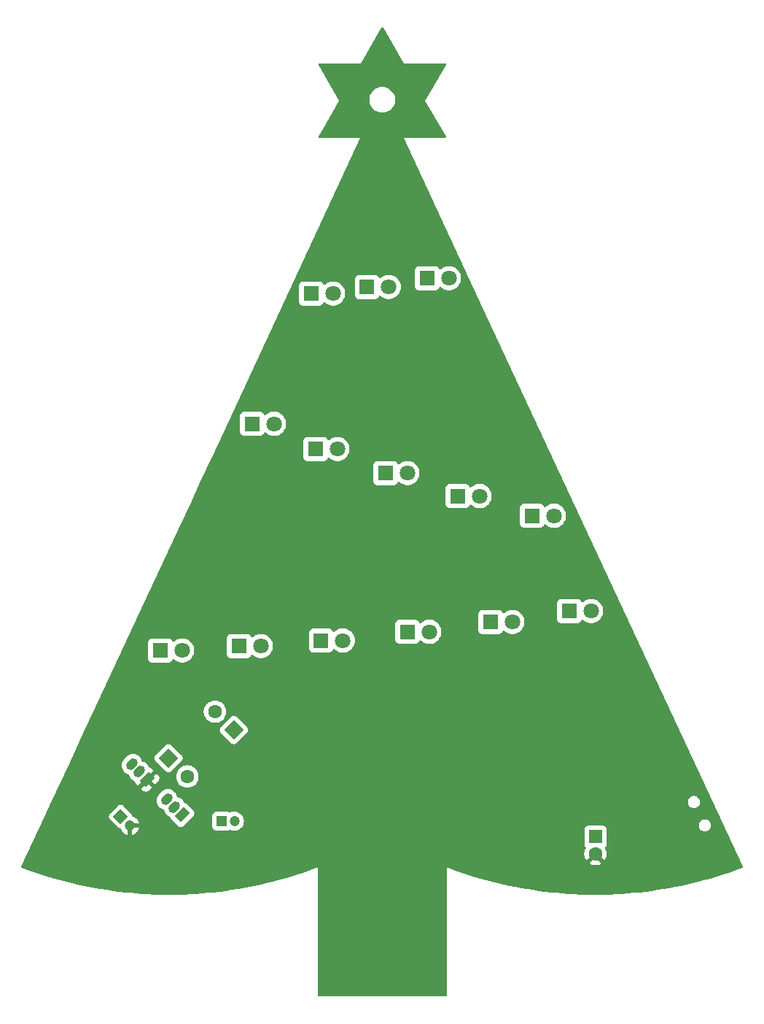
<source format=gtl>
G04 #@! TF.GenerationSoftware,KiCad,Pcbnew,7.0.9*
G04 #@! TF.CreationDate,2023-11-12T20:37:04+01:00*
G04 #@! TF.ProjectId,christmas_ornament_2023,63687269-7374-46d6-9173-5f6f726e616d,1.0*
G04 #@! TF.SameCoordinates,Original*
G04 #@! TF.FileFunction,Copper,L1,Top*
G04 #@! TF.FilePolarity,Positive*
%FSLAX46Y46*%
G04 Gerber Fmt 4.6, Leading zero omitted, Abs format (unit mm)*
G04 Created by KiCad (PCBNEW 7.0.9) date 2023-11-12 20:37:04*
%MOMM*%
%LPD*%
G01*
G04 APERTURE LIST*
G04 Aperture macros list*
%AMHorizOval*
0 Thick line with rounded ends*
0 $1 width*
0 $2 $3 position (X,Y) of the first rounded end (center of the circle)*
0 $4 $5 position (X,Y) of the second rounded end (center of the circle)*
0 Add line between two ends*
20,1,$1,$2,$3,$4,$5,0*
0 Add two circle primitives to create the rounded ends*
1,1,$1,$2,$3*
1,1,$1,$4,$5*%
%AMRotRect*
0 Rectangle, with rotation*
0 The origin of the aperture is its center*
0 $1 length*
0 $2 width*
0 $3 Rotation angle, in degrees counterclockwise*
0 Add horizontal line*
21,1,$1,$2,0,0,$3*%
G04 Aperture macros list end*
G04 #@! TA.AperFunction,ComponentPad*
%ADD10R,1.800000X1.800000*%
G04 #@! TD*
G04 #@! TA.AperFunction,ComponentPad*
%ADD11C,1.800000*%
G04 #@! TD*
G04 #@! TA.AperFunction,ComponentPad*
%ADD12RotRect,1.050000X1.500000X135.000000*%
G04 #@! TD*
G04 #@! TA.AperFunction,ComponentPad*
%ADD13HorizOval,1.050000X0.159099X0.159099X-0.159099X-0.159099X0*%
G04 #@! TD*
G04 #@! TA.AperFunction,ComponentPad*
%ADD14RotRect,1.600000X1.600000X45.000000*%
G04 #@! TD*
G04 #@! TA.AperFunction,ComponentPad*
%ADD15HorizOval,1.600000X0.000000X0.000000X0.000000X0.000000X0*%
G04 #@! TD*
G04 #@! TA.AperFunction,ComponentPad*
%ADD16RotRect,1.600000X1.600000X225.000000*%
G04 #@! TD*
G04 #@! TA.AperFunction,ComponentPad*
%ADD17HorizOval,1.600000X0.000000X0.000000X0.000000X0.000000X0*%
G04 #@! TD*
G04 #@! TA.AperFunction,ComponentPad*
%ADD18R,1.200000X1.200000*%
G04 #@! TD*
G04 #@! TA.AperFunction,ComponentPad*
%ADD19C,1.200000*%
G04 #@! TD*
G04 #@! TA.AperFunction,ComponentPad*
%ADD20RotRect,1.200000X1.200000X315.000000*%
G04 #@! TD*
G04 #@! TA.AperFunction,ComponentPad*
%ADD21R,1.600000X1.600000*%
G04 #@! TD*
G04 #@! TA.AperFunction,ComponentPad*
%ADD22C,1.600000*%
G04 #@! TD*
G04 #@! TA.AperFunction,ViaPad*
%ADD23C,0.700000*%
G04 #@! TD*
G04 APERTURE END LIST*
D10*
X95504000Y-100457000D03*
D11*
X98044000Y-100457000D03*
D10*
X97785000Y-59436000D03*
D11*
X100325000Y-59436000D03*
D10*
X90805000Y-60452000D03*
D11*
X93345000Y-60452000D03*
D12*
X65278000Y-117602000D03*
D13*
X64379974Y-116703974D03*
X63481949Y-115805949D03*
D10*
X92964000Y-82042000D03*
D11*
X95504000Y-82042000D03*
D10*
X114295000Y-98044000D03*
D11*
X116835000Y-98044000D03*
D12*
X69342000Y-121684051D03*
D13*
X68443974Y-120786025D03*
X67545949Y-119888000D03*
D10*
X85471000Y-101473000D03*
D11*
X88011000Y-101473000D03*
D10*
X77465000Y-76327000D03*
D11*
X80005000Y-76327000D03*
D10*
X105151000Y-99314000D03*
D11*
X107691000Y-99314000D03*
D14*
X67763846Y-115116154D03*
D15*
X73152000Y-109728000D03*
D16*
X75338077Y-111859924D03*
D17*
X69949923Y-117248078D03*
D10*
X66802000Y-102616000D03*
D11*
X69342000Y-102616000D03*
D18*
X73914000Y-122428000D03*
D19*
X75414000Y-122428000D03*
D10*
X101341000Y-84709000D03*
D11*
X103881000Y-84709000D03*
D10*
X75946000Y-102108000D03*
D11*
X78486000Y-102108000D03*
D10*
X109977000Y-86995000D03*
D11*
X112517000Y-86995000D03*
D10*
X84328000Y-61214000D03*
D11*
X86868000Y-61214000D03*
D20*
X62185340Y-121875340D03*
D19*
X63246000Y-122936000D03*
D10*
X84831000Y-79248000D03*
D11*
X87371000Y-79248000D03*
D21*
X117348000Y-124238000D03*
D22*
X117348000Y-126238000D03*
D23*
X67310000Y-110109000D03*
X98298000Y-87503000D03*
X113665000Y-115189000D03*
X81153000Y-67564000D03*
X99568000Y-124079000D03*
X67310000Y-111379000D03*
X91440000Y-97536000D03*
X96647000Y-65278000D03*
X85144000Y-109728000D03*
X100330000Y-109855000D03*
X111633000Y-101981000D03*
X114935000Y-116840000D03*
X85625000Y-123979000D03*
X81915000Y-83185000D03*
X71755000Y-105918000D03*
G04 #@! TA.AperFunction,Conductor*
G36*
X63015583Y-122743305D02*
G01*
X63015685Y-122742961D01*
X63016145Y-122742562D01*
X63015583Y-122743305D01*
G37*
G04 #@! TD.AperFunction*
G04 #@! TA.AperFunction,Conductor*
G36*
X92646407Y-30322473D02*
G01*
X92677140Y-30357942D01*
X93720503Y-32165047D01*
X95067286Y-34497676D01*
X95068821Y-34500785D01*
X95069475Y-34501436D01*
X95070373Y-34501677D01*
X95073854Y-34501450D01*
X99854111Y-34501450D01*
X99921150Y-34521135D01*
X99966905Y-34573939D01*
X99976849Y-34643097D01*
X99961496Y-34687451D01*
X97696363Y-38610665D01*
X97571328Y-38827225D01*
X97569428Y-38830076D01*
X97569194Y-38830951D01*
X97569440Y-38831865D01*
X97571378Y-38834763D01*
X99961501Y-42974550D01*
X99977974Y-43042450D01*
X99955122Y-43108477D01*
X99900200Y-43151667D01*
X99854114Y-43160550D01*
X95100262Y-43160550D01*
X95095713Y-43159761D01*
X95079967Y-43160485D01*
X95078397Y-43160520D01*
X95078229Y-43160599D01*
X95078075Y-43160752D01*
X95078002Y-43160953D01*
X95078003Y-43161070D01*
X95078086Y-43161250D01*
X95085715Y-43179661D01*
X95088382Y-43183329D01*
X103767519Y-61795796D01*
X134479726Y-127658333D01*
X134490218Y-127727411D01*
X134461698Y-127791195D01*
X134410059Y-127827149D01*
X133705074Y-128085830D01*
X133255443Y-128250525D01*
X132522596Y-128496268D01*
X131944241Y-128689120D01*
X131229118Y-128906740D01*
X130621055Y-129089914D01*
X129910455Y-129284494D01*
X129286929Y-129452594D01*
X128576917Y-129625698D01*
X127942975Y-129776859D01*
X127231967Y-129929152D01*
X126590313Y-130062442D01*
X125877709Y-130194228D01*
X125230051Y-130309111D01*
X124515672Y-130420541D01*
X123863331Y-130516663D01*
X123147307Y-130607800D01*
X122491214Y-130684939D01*
X121773868Y-130755803D01*
X121114878Y-130813796D01*
X120396437Y-130864409D01*
X119735537Y-130903127D01*
X119016293Y-130933496D01*
X118354239Y-130952871D01*
X117634595Y-130962992D01*
X116972168Y-130962990D01*
X116252548Y-130952864D01*
X115590476Y-130933484D01*
X114871229Y-130903110D01*
X114210384Y-130864391D01*
X113491834Y-130813765D01*
X112832994Y-130755782D01*
X112115524Y-130684900D01*
X111590122Y-130623123D01*
X111459464Y-130607760D01*
X110743487Y-130516625D01*
X110090995Y-130420476D01*
X109376749Y-130309061D01*
X108729041Y-130194165D01*
X108016471Y-130062380D01*
X107374735Y-129929068D01*
X106663840Y-129776794D01*
X106029737Y-129625591D01*
X105319873Y-129452517D01*
X104696244Y-129284385D01*
X103985736Y-129089825D01*
X103377674Y-128906647D01*
X102662539Y-128689018D01*
X102084413Y-128496238D01*
X101351351Y-128250418D01*
X100887777Y-128080603D01*
X100070436Y-127780690D01*
X100069131Y-127780151D01*
X100069069Y-127780179D01*
X100067968Y-127783054D01*
X100065529Y-127788593D01*
X100065138Y-127789374D01*
X100069255Y-127808718D01*
X100069255Y-142656450D01*
X100049570Y-142723489D01*
X99996766Y-142769244D01*
X99945255Y-142780450D01*
X85194255Y-142780450D01*
X85127216Y-142760765D01*
X85081461Y-142707961D01*
X85070255Y-142656450D01*
X85070255Y-127808179D01*
X85074028Y-127790482D01*
X85070125Y-127780298D01*
X85070074Y-127780276D01*
X85069071Y-127780690D01*
X84237089Y-128085971D01*
X83787843Y-128250525D01*
X83054996Y-128496268D01*
X82476641Y-128689120D01*
X81761518Y-128906740D01*
X81153455Y-129089914D01*
X80442855Y-129284494D01*
X79819329Y-129452594D01*
X79109317Y-129625698D01*
X78475375Y-129776859D01*
X77764367Y-129929152D01*
X77122713Y-130062442D01*
X76410109Y-130194228D01*
X75762451Y-130309111D01*
X75048072Y-130420541D01*
X74395731Y-130516663D01*
X73679707Y-130607800D01*
X73023614Y-130684939D01*
X72306268Y-130755803D01*
X71647278Y-130813796D01*
X70928837Y-130864409D01*
X70267937Y-130903127D01*
X69548693Y-130933496D01*
X68886639Y-130952871D01*
X68166995Y-130962992D01*
X67504568Y-130962990D01*
X66784948Y-130952864D01*
X66122876Y-130933484D01*
X65403629Y-130903110D01*
X64742784Y-130864391D01*
X64024234Y-130813765D01*
X63365394Y-130755782D01*
X62647924Y-130684900D01*
X62122522Y-130623123D01*
X61991864Y-130607760D01*
X61275887Y-130516625D01*
X60623395Y-130420476D01*
X59909149Y-130309061D01*
X59261441Y-130194165D01*
X58548871Y-130062380D01*
X57907135Y-129929068D01*
X57196240Y-129776794D01*
X56562137Y-129625591D01*
X55852273Y-129452517D01*
X55228644Y-129284385D01*
X54518136Y-129089825D01*
X53910074Y-128906647D01*
X53194939Y-128689018D01*
X52616813Y-128496238D01*
X51883714Y-128250405D01*
X51442039Y-128088625D01*
X51151042Y-127981847D01*
X50729446Y-127827148D01*
X50673293Y-127785576D01*
X50648529Y-127720243D01*
X50659781Y-127658336D01*
X51322094Y-126238002D01*
X116043034Y-126238002D01*
X116062858Y-126464599D01*
X116062860Y-126464610D01*
X116121730Y-126684317D01*
X116121734Y-126684326D01*
X116217865Y-126890481D01*
X116217866Y-126890483D01*
X116268973Y-126963471D01*
X116268973Y-126963472D01*
X116950045Y-126282399D01*
X116962835Y-126363148D01*
X117020359Y-126476045D01*
X117109955Y-126565641D01*
X117222852Y-126623165D01*
X117303599Y-126635953D01*
X116622526Y-127317025D01*
X116622526Y-127317026D01*
X116695512Y-127368131D01*
X116695516Y-127368133D01*
X116901673Y-127464265D01*
X116901682Y-127464269D01*
X117121389Y-127523139D01*
X117121400Y-127523141D01*
X117347998Y-127542966D01*
X117348002Y-127542966D01*
X117574599Y-127523141D01*
X117574610Y-127523139D01*
X117794317Y-127464269D01*
X117794331Y-127464264D01*
X118000478Y-127368136D01*
X118073472Y-127317025D01*
X117392401Y-126635953D01*
X117473148Y-126623165D01*
X117586045Y-126565641D01*
X117675641Y-126476045D01*
X117733165Y-126363148D01*
X117745953Y-126282400D01*
X118427025Y-126963472D01*
X118478136Y-126890478D01*
X118574264Y-126684331D01*
X118574269Y-126684317D01*
X118633139Y-126464610D01*
X118633141Y-126464599D01*
X118652966Y-126238002D01*
X118652966Y-126237997D01*
X118633141Y-126011400D01*
X118633139Y-126011389D01*
X118574269Y-125791682D01*
X118574265Y-125791673D01*
X118478134Y-125585518D01*
X118478130Y-125585512D01*
X118469188Y-125572740D01*
X118446861Y-125506534D01*
X118463873Y-125438767D01*
X118496454Y-125402351D01*
X118505546Y-125395546D01*
X118591796Y-125280331D01*
X118642091Y-125145483D01*
X118648500Y-125085873D01*
X118648499Y-123390128D01*
X118642091Y-123330517D01*
X118634431Y-123309980D01*
X118591797Y-123195671D01*
X118591793Y-123195664D01*
X118505547Y-123080455D01*
X118505544Y-123080452D01*
X118403847Y-123004321D01*
X129342283Y-123004321D01*
X129358663Y-123070777D01*
X129382993Y-123169491D01*
X129462046Y-123320114D01*
X129475292Y-123335065D01*
X129574854Y-123447448D01*
X129665101Y-123509741D01*
X129714851Y-123544082D01*
X129714852Y-123544082D01*
X129714853Y-123544083D01*
X129873911Y-123604405D01*
X129949811Y-123613621D01*
X130000409Y-123619765D01*
X130000411Y-123619765D01*
X130085157Y-123619765D01*
X130127321Y-123614645D01*
X130211655Y-123604405D01*
X130370713Y-123544083D01*
X130510712Y-123447448D01*
X130623517Y-123320117D01*
X130628837Y-123309982D01*
X130688833Y-123195669D01*
X130702573Y-123169490D01*
X130743283Y-123004321D01*
X130743283Y-122834209D01*
X130702573Y-122669040D01*
X130685232Y-122636000D01*
X130623519Y-122518415D01*
X130543417Y-122427999D01*
X130510712Y-122391082D01*
X130457632Y-122354443D01*
X130370714Y-122294447D01*
X130211657Y-122234125D01*
X130211651Y-122234124D01*
X130085157Y-122218765D01*
X130085155Y-122218765D01*
X130000411Y-122218765D01*
X130000409Y-122218765D01*
X129873914Y-122234124D01*
X129873908Y-122234125D01*
X129714851Y-122294447D01*
X129574855Y-122391081D01*
X129462046Y-122518415D01*
X129382993Y-122669038D01*
X129364773Y-122742961D01*
X129342283Y-122834209D01*
X129342283Y-123004321D01*
X118403847Y-123004321D01*
X118390335Y-122994206D01*
X118390328Y-122994202D01*
X118255482Y-122943908D01*
X118255483Y-122943908D01*
X118195883Y-122937501D01*
X118195881Y-122937500D01*
X118195873Y-122937500D01*
X118195864Y-122937500D01*
X116500129Y-122937500D01*
X116500123Y-122937501D01*
X116440516Y-122943908D01*
X116305671Y-122994202D01*
X116305664Y-122994206D01*
X116190455Y-123080452D01*
X116190452Y-123080455D01*
X116104206Y-123195664D01*
X116104202Y-123195671D01*
X116053908Y-123330517D01*
X116047992Y-123385547D01*
X116047501Y-123390123D01*
X116047500Y-123390135D01*
X116047500Y-125085870D01*
X116047501Y-125085876D01*
X116053908Y-125145483D01*
X116104202Y-125280328D01*
X116104206Y-125280335D01*
X116190452Y-125395544D01*
X116190453Y-125395544D01*
X116190454Y-125395546D01*
X116199545Y-125402351D01*
X116241416Y-125458282D01*
X116246402Y-125527974D01*
X116226813Y-125572736D01*
X116217871Y-125585507D01*
X116217868Y-125585512D01*
X116121734Y-125791673D01*
X116121730Y-125791682D01*
X116062860Y-126011389D01*
X116062858Y-126011400D01*
X116043034Y-126237997D01*
X116043034Y-126238002D01*
X51322094Y-126238002D01*
X53356436Y-121875340D01*
X60831165Y-121875340D01*
X60851646Y-122017796D01*
X60911433Y-122148710D01*
X60911434Y-122148711D01*
X60911435Y-122148713D01*
X60949054Y-122195396D01*
X60949057Y-122195399D01*
X60949062Y-122195405D01*
X61661499Y-122907840D01*
X61865284Y-123111625D01*
X61911967Y-123149245D01*
X62042883Y-123209033D01*
X62042882Y-123209033D01*
X62106266Y-123218146D01*
X62169821Y-123247171D01*
X62207596Y-123305949D01*
X62207885Y-123306947D01*
X62215887Y-123335070D01*
X62215890Y-123335078D01*
X62306754Y-123517556D01*
X62429608Y-123680242D01*
X62580260Y-123817578D01*
X62753584Y-123924897D01*
X62943678Y-123998539D01*
X62996000Y-124008320D01*
X62996000Y-123106972D01*
X63002448Y-123119922D01*
X63085334Y-123195484D01*
X63189920Y-123236000D01*
X63273802Y-123236000D01*
X63356250Y-123220588D01*
X63412111Y-123186000D01*
X63496000Y-123186000D01*
X63496000Y-124008320D01*
X63548321Y-123998539D01*
X63738415Y-123924897D01*
X63911739Y-123817578D01*
X64062391Y-123680242D01*
X64185245Y-123517556D01*
X64276109Y-123335078D01*
X64276114Y-123335065D01*
X64318528Y-123186000D01*
X63496000Y-123186000D01*
X63412111Y-123186000D01*
X63451610Y-123161543D01*
X63519201Y-123072038D01*
X63549895Y-122964160D01*
X63539546Y-122852479D01*
X63489552Y-122752078D01*
X63417069Y-122686000D01*
X64318528Y-122686000D01*
X64318528Y-122685999D01*
X64276114Y-122536934D01*
X64276109Y-122536921D01*
X64185245Y-122354443D01*
X64062391Y-122191757D01*
X63911739Y-122054421D01*
X63738414Y-121947102D01*
X63606332Y-121895933D01*
X63550931Y-121853360D01*
X63528388Y-121797952D01*
X63525826Y-121780135D01*
X63519033Y-121732883D01*
X63459245Y-121601967D01*
X63421626Y-121555284D01*
X63421621Y-121555279D01*
X63421617Y-121555274D01*
X62505403Y-120639062D01*
X62505396Y-120639055D01*
X62458713Y-120601435D01*
X62327797Y-120541647D01*
X62327795Y-120541646D01*
X62327797Y-120541646D01*
X62185340Y-120521165D01*
X62042883Y-120541646D01*
X61911969Y-120601433D01*
X61865274Y-120639062D01*
X60949062Y-121555276D01*
X60949056Y-121555283D01*
X60911434Y-121601968D01*
X60911433Y-121601970D01*
X60851646Y-121732883D01*
X60831165Y-121875340D01*
X53356436Y-121875340D01*
X54208959Y-120047099D01*
X66356388Y-120047099D01*
X66376187Y-120248130D01*
X66434828Y-120441444D01*
X66530048Y-120619587D01*
X66530053Y-120619594D01*
X66658202Y-120775746D01*
X66718413Y-120825159D01*
X66814356Y-120903897D01*
X66814359Y-120903898D01*
X66814361Y-120903900D01*
X66992504Y-120999120D01*
X66992506Y-120999120D01*
X66992509Y-120999122D01*
X67185817Y-121057761D01*
X67185819Y-121057761D01*
X67190213Y-121059094D01*
X67248652Y-121097392D01*
X67272879Y-121141760D01*
X67332853Y-121339469D01*
X67428073Y-121517612D01*
X67428078Y-121517619D01*
X67556227Y-121673771D01*
X67664891Y-121762948D01*
X67712381Y-121801922D01*
X67712384Y-121801923D01*
X67712386Y-121801925D01*
X67891534Y-121897682D01*
X67941378Y-121946644D01*
X67951766Y-121977396D01*
X67952777Y-121977100D01*
X67955275Y-121985611D01*
X68015060Y-122116520D01*
X68015061Y-122116521D01*
X68015062Y-122116523D01*
X68052681Y-122163206D01*
X68052684Y-122163209D01*
X68052689Y-122163215D01*
X68689438Y-122799962D01*
X68862845Y-122973369D01*
X68909528Y-123010989D01*
X69040444Y-123070777D01*
X69040443Y-123070777D01*
X69058350Y-123073351D01*
X69182901Y-123091259D01*
X69289935Y-123075870D01*
X72813500Y-123075870D01*
X72813501Y-123075876D01*
X72819908Y-123135483D01*
X72870202Y-123270328D01*
X72870206Y-123270335D01*
X72956452Y-123385544D01*
X72956455Y-123385547D01*
X73071664Y-123471793D01*
X73071671Y-123471797D01*
X73206517Y-123522091D01*
X73206516Y-123522091D01*
X73213444Y-123522835D01*
X73266127Y-123528500D01*
X74561872Y-123528499D01*
X74621483Y-123522091D01*
X74704778Y-123491024D01*
X74756329Y-123471797D01*
X74756329Y-123471796D01*
X74756331Y-123471796D01*
X74805521Y-123434971D01*
X74870982Y-123410554D01*
X74924622Y-123418610D01*
X75111544Y-123491024D01*
X75312024Y-123528500D01*
X75312026Y-123528500D01*
X75515974Y-123528500D01*
X75515976Y-123528500D01*
X75716456Y-123491024D01*
X75906637Y-123417348D01*
X76080041Y-123309981D01*
X76230764Y-123172579D01*
X76353673Y-123009821D01*
X76444582Y-122827250D01*
X76500397Y-122631083D01*
X76519215Y-122428000D01*
X76500397Y-122224917D01*
X76444582Y-122028750D01*
X76439128Y-122017797D01*
X76368193Y-121875340D01*
X76353673Y-121846179D01*
X76230764Y-121683421D01*
X76230762Y-121683418D01*
X76080041Y-121546019D01*
X76080039Y-121546017D01*
X75906642Y-121438655D01*
X75906635Y-121438651D01*
X75811546Y-121401814D01*
X75716456Y-121364976D01*
X75515976Y-121327500D01*
X75312024Y-121327500D01*
X75111544Y-121364976D01*
X75111541Y-121364976D01*
X75111541Y-121364977D01*
X74924626Y-121437388D01*
X74855002Y-121443250D01*
X74805521Y-121421027D01*
X74756335Y-121384206D01*
X74756328Y-121384202D01*
X74621482Y-121333908D01*
X74621483Y-121333908D01*
X74561883Y-121327501D01*
X74561881Y-121327500D01*
X74561873Y-121327500D01*
X74561864Y-121327500D01*
X73266129Y-121327500D01*
X73266123Y-121327501D01*
X73206516Y-121333908D01*
X73071671Y-121384202D01*
X73071664Y-121384206D01*
X72956455Y-121470452D01*
X72956452Y-121470455D01*
X72870206Y-121585664D01*
X72870202Y-121585671D01*
X72819908Y-121720517D01*
X72813501Y-121780116D01*
X72813500Y-121780135D01*
X72813500Y-123075870D01*
X69289935Y-123075870D01*
X69325358Y-123070777D01*
X69456274Y-123010989D01*
X69502957Y-122973370D01*
X70631318Y-121845008D01*
X70668938Y-121798325D01*
X70728726Y-121667409D01*
X70749208Y-121524952D01*
X70728726Y-121382495D01*
X70668938Y-121251579D01*
X70631319Y-121204896D01*
X70631314Y-121204891D01*
X70631310Y-121204886D01*
X69821162Y-120394740D01*
X69821155Y-120394733D01*
X69774472Y-120357113D01*
X69774468Y-120357111D01*
X69643560Y-120297326D01*
X69635049Y-120294828D01*
X69635714Y-120292560D01*
X69620030Y-120285397D01*
X128074429Y-120285397D01*
X128076754Y-120294828D01*
X128115139Y-120450567D01*
X128194192Y-120601190D01*
X128210496Y-120619593D01*
X128307000Y-120728524D01*
X128397247Y-120790817D01*
X128446997Y-120825158D01*
X128446998Y-120825158D01*
X128446999Y-120825159D01*
X128606057Y-120885481D01*
X128681957Y-120894697D01*
X128732555Y-120900841D01*
X128732557Y-120900841D01*
X128817303Y-120900841D01*
X128859467Y-120895721D01*
X128943801Y-120885481D01*
X129102859Y-120825159D01*
X129242858Y-120728524D01*
X129355663Y-120601193D01*
X129386916Y-120541647D01*
X129434718Y-120450567D01*
X129434719Y-120450566D01*
X129475429Y-120285397D01*
X129475429Y-120115285D01*
X129434719Y-119950116D01*
X129407512Y-119898278D01*
X129355665Y-119799491D01*
X129329652Y-119770129D01*
X129242858Y-119672158D01*
X129159950Y-119614930D01*
X129102860Y-119575523D01*
X128943803Y-119515201D01*
X128943797Y-119515200D01*
X128817303Y-119499841D01*
X128817301Y-119499841D01*
X128732557Y-119499841D01*
X128732555Y-119499841D01*
X128606060Y-119515200D01*
X128606054Y-119515201D01*
X128446997Y-119575523D01*
X128307001Y-119672157D01*
X128194192Y-119799491D01*
X128115139Y-119950114D01*
X128074429Y-120115285D01*
X128074429Y-120285397D01*
X69620030Y-120285397D01*
X69583784Y-120268843D01*
X69555631Y-120233585D01*
X69459874Y-120054437D01*
X69459872Y-120054435D01*
X69459871Y-120054432D01*
X69420897Y-120006942D01*
X69331720Y-119898278D01*
X69175568Y-119770129D01*
X69175561Y-119770124D01*
X68997418Y-119674904D01*
X68799709Y-119614930D01*
X68741270Y-119576632D01*
X68717043Y-119532264D01*
X68715710Y-119527870D01*
X68715710Y-119527868D01*
X68657071Y-119334560D01*
X68657069Y-119334557D01*
X68657069Y-119334555D01*
X68561849Y-119156412D01*
X68561847Y-119156410D01*
X68561846Y-119156407D01*
X68522872Y-119108917D01*
X68433695Y-119000253D01*
X68277543Y-118872104D01*
X68277536Y-118872099D01*
X68099393Y-118776879D01*
X67906079Y-118718238D01*
X67705048Y-118698438D01*
X67504016Y-118718238D01*
X67310702Y-118776879D01*
X67132559Y-118872099D01*
X67132552Y-118872103D01*
X67015528Y-118968143D01*
X66626092Y-119357579D01*
X66530052Y-119474603D01*
X66530048Y-119474610D01*
X66434828Y-119652753D01*
X66376187Y-119846067D01*
X66356388Y-120047099D01*
X54208959Y-120047099D01*
X56112451Y-115965048D01*
X62292388Y-115965048D01*
X62312187Y-116166079D01*
X62370828Y-116359393D01*
X62466048Y-116537536D01*
X62466053Y-116537543D01*
X62594202Y-116693695D01*
X62666675Y-116753171D01*
X62750356Y-116821846D01*
X62750359Y-116821847D01*
X62750361Y-116821849D01*
X62928504Y-116917069D01*
X62928506Y-116917069D01*
X62928509Y-116917071D01*
X63121817Y-116975710D01*
X63121819Y-116975710D01*
X63126213Y-116977043D01*
X63184652Y-117015341D01*
X63208879Y-117059709D01*
X63268853Y-117257418D01*
X63364073Y-117435561D01*
X63364078Y-117435568D01*
X63492227Y-117591720D01*
X63531360Y-117623835D01*
X63648381Y-117719871D01*
X63648384Y-117719872D01*
X63648386Y-117719874D01*
X63828079Y-117815922D01*
X63877923Y-117864884D01*
X63888171Y-117895219D01*
X63889258Y-117894900D01*
X63891759Y-117903418D01*
X63951483Y-118034195D01*
X63989064Y-118080831D01*
X64217340Y-118309107D01*
X64217341Y-118309107D01*
X64864861Y-117661584D01*
X64869349Y-117657515D01*
X64899141Y-117633065D01*
X64899114Y-117633395D01*
X64929837Y-117754719D01*
X64998289Y-117859492D01*
X65097052Y-117936363D01*
X65215424Y-117977000D01*
X65256553Y-117977000D01*
X64570893Y-118662660D01*
X64799168Y-118890935D01*
X64845803Y-118928515D01*
X64976582Y-118988241D01*
X64976587Y-118988242D01*
X65118901Y-119008702D01*
X65261214Y-118988242D01*
X65261219Y-118988241D01*
X65391998Y-118928515D01*
X65438633Y-118890935D01*
X65438637Y-118890931D01*
X65826008Y-118503561D01*
X65299447Y-117977000D01*
X65309073Y-117977000D01*
X65401446Y-117961586D01*
X65511514Y-117902019D01*
X65596278Y-117809941D01*
X65646551Y-117695330D01*
X65652545Y-117622992D01*
X66179561Y-118150008D01*
X66566931Y-117762637D01*
X66566935Y-117762633D01*
X66604515Y-117715998D01*
X66664241Y-117585219D01*
X66664242Y-117585214D01*
X66684702Y-117442901D01*
X66664242Y-117300587D01*
X66664241Y-117300582D01*
X66640263Y-117248079D01*
X68644455Y-117248079D01*
X68664287Y-117474764D01*
X68664289Y-117474775D01*
X68723181Y-117694566D01*
X68723184Y-117694575D01*
X68819354Y-117900810D01*
X68819355Y-117900812D01*
X68949877Y-118087219D01*
X69110781Y-118248123D01*
X69110784Y-118248125D01*
X69297189Y-118378646D01*
X69503427Y-118474817D01*
X69723231Y-118533713D01*
X69885153Y-118547879D01*
X69949921Y-118553546D01*
X69949923Y-118553546D01*
X69949925Y-118553546D01*
X70006596Y-118548587D01*
X70176615Y-118533713D01*
X70396419Y-118474817D01*
X70602657Y-118378646D01*
X70789062Y-118248125D01*
X70949970Y-118087217D01*
X71080491Y-117900812D01*
X71176662Y-117694574D01*
X71235558Y-117474770D01*
X71255391Y-117248078D01*
X71254895Y-117242414D01*
X71243955Y-117117369D01*
X71235558Y-117021386D01*
X71190839Y-116854493D01*
X71176664Y-116801589D01*
X71176661Y-116801580D01*
X71154087Y-116753170D01*
X71080491Y-116595344D01*
X70949970Y-116408939D01*
X70949968Y-116408936D01*
X70789064Y-116248032D01*
X70602657Y-116117510D01*
X70602655Y-116117509D01*
X70396420Y-116021339D01*
X70396411Y-116021336D01*
X70176620Y-115962444D01*
X70176616Y-115962443D01*
X70176615Y-115962443D01*
X70176614Y-115962442D01*
X70176609Y-115962442D01*
X69949925Y-115942610D01*
X69949921Y-115942610D01*
X69723236Y-115962442D01*
X69723225Y-115962444D01*
X69503434Y-116021336D01*
X69503425Y-116021339D01*
X69297190Y-116117509D01*
X69297188Y-116117510D01*
X69110781Y-116248032D01*
X68949877Y-116408936D01*
X68819355Y-116595343D01*
X68819354Y-116595345D01*
X68723184Y-116801580D01*
X68723181Y-116801589D01*
X68664289Y-117021380D01*
X68664287Y-117021391D01*
X68644455Y-117248076D01*
X68644455Y-117248079D01*
X66640263Y-117248079D01*
X66604515Y-117169803D01*
X66566935Y-117123168D01*
X66338660Y-116894893D01*
X65656338Y-117577214D01*
X65656886Y-117570605D01*
X65626163Y-117449281D01*
X65557711Y-117344508D01*
X65458948Y-117267637D01*
X65340576Y-117227000D01*
X65305899Y-117227000D01*
X65333515Y-117193349D01*
X65337584Y-117188861D01*
X65985107Y-116541340D01*
X65756831Y-116313064D01*
X65710195Y-116275483D01*
X65579418Y-116215759D01*
X65570900Y-116213258D01*
X65571601Y-116210870D01*
X65520070Y-116187332D01*
X65491922Y-116152079D01*
X65395874Y-115972386D01*
X65395872Y-115972384D01*
X65395871Y-115972381D01*
X65356897Y-115924891D01*
X65267720Y-115816227D01*
X65111568Y-115688078D01*
X65111561Y-115688073D01*
X64933418Y-115592853D01*
X64735709Y-115532879D01*
X64677270Y-115494581D01*
X64653043Y-115450213D01*
X64651710Y-115445819D01*
X64651710Y-115445817D01*
X64593071Y-115252509D01*
X64593069Y-115252506D01*
X64593069Y-115252504D01*
X64520188Y-115116154D01*
X66126829Y-115116154D01*
X66147309Y-115258609D01*
X66147310Y-115258613D01*
X66207096Y-115389524D01*
X66207097Y-115389525D01*
X66207098Y-115389527D01*
X66244717Y-115436210D01*
X66244720Y-115436213D01*
X66244725Y-115436219D01*
X67152350Y-116343842D01*
X67443790Y-116635282D01*
X67490473Y-116672902D01*
X67490474Y-116672902D01*
X67490476Y-116672904D01*
X67621386Y-116732689D01*
X67621387Y-116732689D01*
X67621389Y-116732690D01*
X67763846Y-116753171D01*
X67906303Y-116732690D01*
X68037219Y-116672902D01*
X68083902Y-116635283D01*
X69282974Y-115436210D01*
X69320594Y-115389527D01*
X69380382Y-115258611D01*
X69400863Y-115116154D01*
X69380382Y-114973697D01*
X69355038Y-114918203D01*
X69320595Y-114842783D01*
X69320594Y-114842782D01*
X69320594Y-114842781D01*
X69282975Y-114796098D01*
X69282970Y-114796093D01*
X69282966Y-114796088D01*
X68083909Y-113597033D01*
X68083902Y-113597026D01*
X68037219Y-113559406D01*
X68037217Y-113559405D01*
X68037215Y-113559403D01*
X67906305Y-113499618D01*
X67906301Y-113499617D01*
X67763846Y-113479137D01*
X67621390Y-113499617D01*
X67621386Y-113499618D01*
X67490475Y-113559404D01*
X67443780Y-113597033D01*
X66244725Y-114796090D01*
X66244719Y-114796097D01*
X66207097Y-114842782D01*
X66207095Y-114842784D01*
X66147310Y-114973694D01*
X66147309Y-114973698D01*
X66126829Y-115116154D01*
X64520188Y-115116154D01*
X64497849Y-115074361D01*
X64497847Y-115074359D01*
X64497846Y-115074356D01*
X64458872Y-115026866D01*
X64369695Y-114918202D01*
X64213543Y-114790053D01*
X64213536Y-114790048D01*
X64035393Y-114694828D01*
X63842079Y-114636187D01*
X63641048Y-114616387D01*
X63440016Y-114636187D01*
X63246702Y-114694828D01*
X63068559Y-114790048D01*
X63068552Y-114790052D01*
X62951528Y-114886092D01*
X62562092Y-115275528D01*
X62466052Y-115392552D01*
X62466048Y-115392559D01*
X62370828Y-115570702D01*
X62312187Y-115764016D01*
X62292388Y-115965048D01*
X56112451Y-115965048D01*
X58026702Y-111859924D01*
X73701060Y-111859924D01*
X73721540Y-112002379D01*
X73721541Y-112002383D01*
X73781327Y-112133294D01*
X73781328Y-112133295D01*
X73781329Y-112133297D01*
X73818948Y-112179980D01*
X73818951Y-112179983D01*
X73818956Y-112179989D01*
X75018005Y-113379036D01*
X75018021Y-113379052D01*
X75064704Y-113416672D01*
X75064705Y-113416672D01*
X75064707Y-113416674D01*
X75195617Y-113476459D01*
X75195618Y-113476459D01*
X75195620Y-113476460D01*
X75338077Y-113496941D01*
X75480534Y-113476460D01*
X75611450Y-113416672D01*
X75658133Y-113379053D01*
X76857205Y-112179980D01*
X76894825Y-112133297D01*
X76954613Y-112002381D01*
X76975094Y-111859924D01*
X76954613Y-111717467D01*
X76894825Y-111586551D01*
X76857206Y-111539868D01*
X76857201Y-111539863D01*
X76857197Y-111539858D01*
X75658140Y-110340803D01*
X75658133Y-110340796D01*
X75611450Y-110303176D01*
X75611448Y-110303175D01*
X75611446Y-110303173D01*
X75480536Y-110243388D01*
X75480532Y-110243387D01*
X75338077Y-110222907D01*
X75195621Y-110243387D01*
X75195617Y-110243388D01*
X75064706Y-110303174D01*
X75018011Y-110340803D01*
X73818956Y-111539860D01*
X73818950Y-111539867D01*
X73781328Y-111586552D01*
X73781326Y-111586554D01*
X73721541Y-111717464D01*
X73721540Y-111717468D01*
X73701060Y-111859924D01*
X58026702Y-111859924D01*
X59020834Y-109728001D01*
X71846532Y-109728001D01*
X71866364Y-109954686D01*
X71866366Y-109954697D01*
X71925258Y-110174488D01*
X71925261Y-110174497D01*
X72021431Y-110380732D01*
X72021432Y-110380734D01*
X72151954Y-110567141D01*
X72312858Y-110728045D01*
X72312861Y-110728047D01*
X72499266Y-110858568D01*
X72705504Y-110954739D01*
X72925308Y-111013635D01*
X73087230Y-111027801D01*
X73151998Y-111033468D01*
X73152000Y-111033468D01*
X73152002Y-111033468D01*
X73208673Y-111028509D01*
X73378692Y-111013635D01*
X73598496Y-110954739D01*
X73804734Y-110858568D01*
X73991139Y-110728047D01*
X74152047Y-110567139D01*
X74282568Y-110380734D01*
X74378739Y-110174496D01*
X74437635Y-109954692D01*
X74457468Y-109728000D01*
X74437635Y-109501308D01*
X74378739Y-109281504D01*
X74282568Y-109075266D01*
X74152047Y-108888861D01*
X74152045Y-108888858D01*
X73991141Y-108727954D01*
X73804734Y-108597432D01*
X73804732Y-108597431D01*
X73598497Y-108501261D01*
X73598488Y-108501258D01*
X73378697Y-108442366D01*
X73378693Y-108442365D01*
X73378692Y-108442365D01*
X73378691Y-108442364D01*
X73378686Y-108442364D01*
X73152002Y-108422532D01*
X73151998Y-108422532D01*
X72925313Y-108442364D01*
X72925302Y-108442366D01*
X72705511Y-108501258D01*
X72705502Y-108501261D01*
X72499267Y-108597431D01*
X72499265Y-108597432D01*
X72312858Y-108727954D01*
X72151954Y-108888858D01*
X72021432Y-109075265D01*
X72021431Y-109075267D01*
X71925261Y-109281502D01*
X71925258Y-109281511D01*
X71866366Y-109501302D01*
X71866364Y-109501313D01*
X71846532Y-109727998D01*
X71846532Y-109728001D01*
X59020834Y-109728001D01*
X61895216Y-103563870D01*
X65401500Y-103563870D01*
X65401501Y-103563876D01*
X65407908Y-103623483D01*
X65458202Y-103758328D01*
X65458206Y-103758335D01*
X65544452Y-103873544D01*
X65544455Y-103873547D01*
X65659664Y-103959793D01*
X65659671Y-103959797D01*
X65794517Y-104010091D01*
X65794516Y-104010091D01*
X65801444Y-104010835D01*
X65854127Y-104016500D01*
X67749872Y-104016499D01*
X67809483Y-104010091D01*
X67944331Y-103959796D01*
X68059546Y-103873546D01*
X68145796Y-103758331D01*
X68174455Y-103681493D01*
X68216326Y-103625559D01*
X68281790Y-103601141D01*
X68350063Y-103615992D01*
X68381866Y-103640843D01*
X68389302Y-103648920D01*
X68390215Y-103649912D01*
X68390222Y-103649918D01*
X68573365Y-103792464D01*
X68573371Y-103792468D01*
X68573374Y-103792470D01*
X68777497Y-103902936D01*
X68891487Y-103942068D01*
X68997015Y-103978297D01*
X68997017Y-103978297D01*
X68997019Y-103978298D01*
X69225951Y-104016500D01*
X69225952Y-104016500D01*
X69458048Y-104016500D01*
X69458049Y-104016500D01*
X69686981Y-103978298D01*
X69906503Y-103902936D01*
X70110626Y-103792470D01*
X70293784Y-103649913D01*
X70450979Y-103479153D01*
X70577924Y-103284849D01*
X70671157Y-103072300D01*
X70675318Y-103055870D01*
X74545500Y-103055870D01*
X74545501Y-103055876D01*
X74551908Y-103115483D01*
X74602202Y-103250328D01*
X74602206Y-103250335D01*
X74688452Y-103365544D01*
X74688455Y-103365547D01*
X74803664Y-103451793D01*
X74803671Y-103451797D01*
X74938517Y-103502091D01*
X74938516Y-103502091D01*
X74945444Y-103502835D01*
X74998127Y-103508500D01*
X76893872Y-103508499D01*
X76953483Y-103502091D01*
X77088331Y-103451796D01*
X77203546Y-103365546D01*
X77289796Y-103250331D01*
X77318455Y-103173493D01*
X77360326Y-103117559D01*
X77425790Y-103093141D01*
X77494063Y-103107992D01*
X77525866Y-103132843D01*
X77533302Y-103140920D01*
X77534215Y-103141912D01*
X77534222Y-103141918D01*
X77717365Y-103284464D01*
X77717371Y-103284468D01*
X77717374Y-103284470D01*
X77921497Y-103394936D01*
X78030731Y-103432436D01*
X78141015Y-103470297D01*
X78141017Y-103470297D01*
X78141019Y-103470298D01*
X78369951Y-103508500D01*
X78369952Y-103508500D01*
X78602048Y-103508500D01*
X78602049Y-103508500D01*
X78830981Y-103470298D01*
X79050503Y-103394936D01*
X79254626Y-103284470D01*
X79437784Y-103141913D01*
X79594979Y-102971153D01*
X79721924Y-102776849D01*
X79815157Y-102564300D01*
X79851479Y-102420870D01*
X84070500Y-102420870D01*
X84070501Y-102420876D01*
X84076908Y-102480483D01*
X84127202Y-102615328D01*
X84127206Y-102615335D01*
X84213452Y-102730544D01*
X84213455Y-102730547D01*
X84328664Y-102816793D01*
X84328671Y-102816797D01*
X84463517Y-102867091D01*
X84463516Y-102867091D01*
X84470444Y-102867835D01*
X84523127Y-102873500D01*
X86418872Y-102873499D01*
X86478483Y-102867091D01*
X86613331Y-102816796D01*
X86728546Y-102730546D01*
X86814796Y-102615331D01*
X86814798Y-102615326D01*
X86843455Y-102538493D01*
X86885326Y-102482559D01*
X86950790Y-102458141D01*
X87019063Y-102472992D01*
X87050866Y-102497843D01*
X87058302Y-102505920D01*
X87059215Y-102506912D01*
X87059222Y-102506918D01*
X87242365Y-102649464D01*
X87242371Y-102649468D01*
X87242374Y-102649470D01*
X87446497Y-102759936D01*
X87560487Y-102799068D01*
X87666015Y-102835297D01*
X87666017Y-102835297D01*
X87666019Y-102835298D01*
X87894951Y-102873500D01*
X87894952Y-102873500D01*
X88127048Y-102873500D01*
X88127049Y-102873500D01*
X88355981Y-102835298D01*
X88575503Y-102759936D01*
X88779626Y-102649470D01*
X88822629Y-102616000D01*
X88889053Y-102564300D01*
X88962784Y-102506913D01*
X89119979Y-102336153D01*
X89246924Y-102141849D01*
X89340157Y-101929300D01*
X89397134Y-101704305D01*
X89401493Y-101651699D01*
X89416300Y-101473006D01*
X89416300Y-101472993D01*
X89410655Y-101404870D01*
X94103500Y-101404870D01*
X94103501Y-101404876D01*
X94109908Y-101464483D01*
X94160202Y-101599328D01*
X94160206Y-101599335D01*
X94246452Y-101714544D01*
X94246455Y-101714547D01*
X94361664Y-101800793D01*
X94361671Y-101800797D01*
X94496517Y-101851091D01*
X94496516Y-101851091D01*
X94503444Y-101851835D01*
X94556127Y-101857500D01*
X96451872Y-101857499D01*
X96511483Y-101851091D01*
X96646331Y-101800796D01*
X96761546Y-101714546D01*
X96847796Y-101599331D01*
X96850844Y-101591158D01*
X96876455Y-101522493D01*
X96918326Y-101466559D01*
X96983790Y-101442141D01*
X97052063Y-101456992D01*
X97083866Y-101481843D01*
X97091302Y-101489920D01*
X97092215Y-101490912D01*
X97092222Y-101490918D01*
X97275365Y-101633464D01*
X97275371Y-101633468D01*
X97275374Y-101633470D01*
X97479497Y-101743936D01*
X97593487Y-101783068D01*
X97699015Y-101819297D01*
X97699017Y-101819297D01*
X97699019Y-101819298D01*
X97927951Y-101857500D01*
X97927952Y-101857500D01*
X98160048Y-101857500D01*
X98160049Y-101857500D01*
X98388981Y-101819298D01*
X98608503Y-101743936D01*
X98812626Y-101633470D01*
X98995784Y-101490913D01*
X99152979Y-101320153D01*
X99279924Y-101125849D01*
X99373157Y-100913300D01*
X99430134Y-100688305D01*
X99432662Y-100657796D01*
X99449300Y-100457006D01*
X99449300Y-100456993D01*
X99433132Y-100261870D01*
X103750500Y-100261870D01*
X103750501Y-100261876D01*
X103756908Y-100321483D01*
X103807202Y-100456328D01*
X103807206Y-100456335D01*
X103893452Y-100571544D01*
X103893455Y-100571547D01*
X104008664Y-100657793D01*
X104008671Y-100657797D01*
X104143517Y-100708091D01*
X104143516Y-100708091D01*
X104150444Y-100708835D01*
X104203127Y-100714500D01*
X106098872Y-100714499D01*
X106158483Y-100708091D01*
X106293331Y-100657796D01*
X106408546Y-100571546D01*
X106494796Y-100456331D01*
X106497844Y-100448158D01*
X106523455Y-100379493D01*
X106565326Y-100323559D01*
X106630790Y-100299141D01*
X106699063Y-100313992D01*
X106730866Y-100338843D01*
X106738302Y-100346920D01*
X106739215Y-100347912D01*
X106739222Y-100347918D01*
X106922365Y-100490464D01*
X106922371Y-100490468D01*
X106922374Y-100490470D01*
X107126497Y-100600936D01*
X107240487Y-100640068D01*
X107346015Y-100676297D01*
X107346017Y-100676297D01*
X107346019Y-100676298D01*
X107574951Y-100714500D01*
X107574952Y-100714500D01*
X107807048Y-100714500D01*
X107807049Y-100714500D01*
X108035981Y-100676298D01*
X108255503Y-100600936D01*
X108459626Y-100490470D01*
X108502629Y-100457000D01*
X108566217Y-100407507D01*
X108642784Y-100347913D01*
X108799979Y-100177153D01*
X108926924Y-99982849D01*
X109020157Y-99770300D01*
X109077134Y-99545305D01*
X109080133Y-99509116D01*
X109096300Y-99314006D01*
X109096300Y-99313993D01*
X109077135Y-99082702D01*
X109077133Y-99082691D01*
X109054134Y-98991870D01*
X112894500Y-98991870D01*
X112894501Y-98991876D01*
X112900908Y-99051483D01*
X112951202Y-99186328D01*
X112951206Y-99186335D01*
X113037452Y-99301544D01*
X113037455Y-99301547D01*
X113152664Y-99387793D01*
X113152671Y-99387797D01*
X113287517Y-99438091D01*
X113287516Y-99438091D01*
X113294444Y-99438835D01*
X113347127Y-99444500D01*
X115242872Y-99444499D01*
X115302483Y-99438091D01*
X115437331Y-99387796D01*
X115552546Y-99301546D01*
X115638796Y-99186331D01*
X115666071Y-99113204D01*
X115667455Y-99109493D01*
X115709326Y-99053559D01*
X115774790Y-99029141D01*
X115843063Y-99043992D01*
X115874866Y-99068843D01*
X115882302Y-99076920D01*
X115883215Y-99077912D01*
X115883222Y-99077918D01*
X116066365Y-99220464D01*
X116066371Y-99220468D01*
X116066374Y-99220470D01*
X116270497Y-99330936D01*
X116384487Y-99370068D01*
X116490015Y-99406297D01*
X116490017Y-99406297D01*
X116490019Y-99406298D01*
X116718951Y-99444500D01*
X116718952Y-99444500D01*
X116951048Y-99444500D01*
X116951049Y-99444500D01*
X117179981Y-99406298D01*
X117399503Y-99330936D01*
X117603626Y-99220470D01*
X117630628Y-99199454D01*
X117741442Y-99113204D01*
X117786784Y-99077913D01*
X117943979Y-98907153D01*
X118070924Y-98712849D01*
X118164157Y-98500300D01*
X118221134Y-98275305D01*
X118221135Y-98275297D01*
X118240300Y-98044006D01*
X118240300Y-98043993D01*
X118221135Y-97812702D01*
X118221133Y-97812691D01*
X118164157Y-97587699D01*
X118070924Y-97375151D01*
X117943983Y-97180852D01*
X117943980Y-97180849D01*
X117943979Y-97180847D01*
X117786784Y-97010087D01*
X117786779Y-97010083D01*
X117786777Y-97010081D01*
X117603634Y-96867535D01*
X117603628Y-96867531D01*
X117399504Y-96757064D01*
X117399495Y-96757061D01*
X117179984Y-96681702D01*
X116989450Y-96649908D01*
X116951049Y-96643500D01*
X116718951Y-96643500D01*
X116680550Y-96649908D01*
X116490015Y-96681702D01*
X116270504Y-96757061D01*
X116270495Y-96757064D01*
X116066371Y-96867531D01*
X116066365Y-96867535D01*
X115883222Y-97010081D01*
X115883218Y-97010085D01*
X115874866Y-97019158D01*
X115814979Y-97055148D01*
X115745141Y-97053047D01*
X115687525Y-97013522D01*
X115667455Y-96978507D01*
X115638797Y-96901671D01*
X115638793Y-96901664D01*
X115552547Y-96786455D01*
X115552544Y-96786452D01*
X115437335Y-96700206D01*
X115437328Y-96700202D01*
X115302482Y-96649908D01*
X115302483Y-96649908D01*
X115242883Y-96643501D01*
X115242881Y-96643500D01*
X115242873Y-96643500D01*
X115242864Y-96643500D01*
X113347129Y-96643500D01*
X113347123Y-96643501D01*
X113287516Y-96649908D01*
X113152671Y-96700202D01*
X113152664Y-96700206D01*
X113037455Y-96786452D01*
X113037452Y-96786455D01*
X112951206Y-96901664D01*
X112951202Y-96901671D01*
X112900908Y-97036517D01*
X112894501Y-97096116D01*
X112894500Y-97096135D01*
X112894500Y-98991870D01*
X109054134Y-98991870D01*
X109020157Y-98857699D01*
X108926924Y-98645151D01*
X108799983Y-98450852D01*
X108799980Y-98450849D01*
X108799979Y-98450847D01*
X108642784Y-98280087D01*
X108642779Y-98280083D01*
X108642777Y-98280081D01*
X108459634Y-98137535D01*
X108459628Y-98137531D01*
X108255504Y-98027064D01*
X108255495Y-98027061D01*
X108035984Y-97951702D01*
X107845450Y-97919908D01*
X107807049Y-97913500D01*
X107574951Y-97913500D01*
X107536550Y-97919908D01*
X107346015Y-97951702D01*
X107126504Y-98027061D01*
X107126495Y-98027064D01*
X106922371Y-98137531D01*
X106922365Y-98137535D01*
X106739222Y-98280081D01*
X106739218Y-98280085D01*
X106730866Y-98289158D01*
X106670979Y-98325148D01*
X106601141Y-98323047D01*
X106543525Y-98283522D01*
X106523455Y-98248507D01*
X106494797Y-98171671D01*
X106494793Y-98171664D01*
X106408547Y-98056455D01*
X106408544Y-98056452D01*
X106293335Y-97970206D01*
X106293328Y-97970202D01*
X106158482Y-97919908D01*
X106158483Y-97919908D01*
X106098883Y-97913501D01*
X106098881Y-97913500D01*
X106098873Y-97913500D01*
X106098864Y-97913500D01*
X104203129Y-97913500D01*
X104203123Y-97913501D01*
X104143516Y-97919908D01*
X104008671Y-97970202D01*
X104008664Y-97970206D01*
X103893455Y-98056452D01*
X103893452Y-98056455D01*
X103807206Y-98171664D01*
X103807202Y-98171671D01*
X103756908Y-98306517D01*
X103750501Y-98366116D01*
X103750500Y-98366135D01*
X103750500Y-100261870D01*
X99433132Y-100261870D01*
X99430135Y-100225702D01*
X99430133Y-100225691D01*
X99373157Y-100000699D01*
X99279924Y-99788151D01*
X99152983Y-99593852D01*
X99152980Y-99593849D01*
X99152979Y-99593847D01*
X98995784Y-99423087D01*
X98995779Y-99423083D01*
X98995777Y-99423081D01*
X98812634Y-99280535D01*
X98812628Y-99280531D01*
X98608504Y-99170064D01*
X98608495Y-99170061D01*
X98388984Y-99094702D01*
X98198450Y-99062908D01*
X98160049Y-99056500D01*
X97927951Y-99056500D01*
X97889550Y-99062908D01*
X97699015Y-99094702D01*
X97479504Y-99170061D01*
X97479495Y-99170064D01*
X97275371Y-99280531D01*
X97275365Y-99280535D01*
X97092222Y-99423081D01*
X97092218Y-99423085D01*
X97083866Y-99432158D01*
X97023979Y-99468148D01*
X96954141Y-99466047D01*
X96896525Y-99426522D01*
X96876455Y-99391507D01*
X96847797Y-99314671D01*
X96847793Y-99314664D01*
X96761547Y-99199455D01*
X96761544Y-99199452D01*
X96646335Y-99113206D01*
X96646328Y-99113202D01*
X96511482Y-99062908D01*
X96511483Y-99062908D01*
X96451883Y-99056501D01*
X96451881Y-99056500D01*
X96451873Y-99056500D01*
X96451864Y-99056500D01*
X94556129Y-99056500D01*
X94556123Y-99056501D01*
X94496516Y-99062908D01*
X94361671Y-99113202D01*
X94361664Y-99113206D01*
X94246455Y-99199452D01*
X94246452Y-99199455D01*
X94160206Y-99314664D01*
X94160202Y-99314671D01*
X94109908Y-99449517D01*
X94103501Y-99509116D01*
X94103500Y-99509135D01*
X94103500Y-101404870D01*
X89410655Y-101404870D01*
X89397135Y-101241702D01*
X89397133Y-101241691D01*
X89340157Y-101016699D01*
X89246924Y-100804151D01*
X89119983Y-100609852D01*
X89119980Y-100609849D01*
X89119979Y-100609847D01*
X88962784Y-100439087D01*
X88962779Y-100439083D01*
X88962777Y-100439081D01*
X88779634Y-100296535D01*
X88779628Y-100296531D01*
X88575504Y-100186064D01*
X88575495Y-100186061D01*
X88355984Y-100110702D01*
X88165450Y-100078908D01*
X88127049Y-100072500D01*
X87894951Y-100072500D01*
X87856550Y-100078908D01*
X87666015Y-100110702D01*
X87446504Y-100186061D01*
X87446495Y-100186064D01*
X87242371Y-100296531D01*
X87242365Y-100296535D01*
X87059222Y-100439081D01*
X87059218Y-100439085D01*
X87050866Y-100448158D01*
X86990979Y-100484148D01*
X86921141Y-100482047D01*
X86863525Y-100442522D01*
X86843455Y-100407507D01*
X86814797Y-100330671D01*
X86814793Y-100330664D01*
X86728547Y-100215455D01*
X86728544Y-100215452D01*
X86613335Y-100129206D01*
X86613328Y-100129202D01*
X86478482Y-100078908D01*
X86478483Y-100078908D01*
X86418883Y-100072501D01*
X86418881Y-100072500D01*
X86418873Y-100072500D01*
X86418864Y-100072500D01*
X84523129Y-100072500D01*
X84523123Y-100072501D01*
X84463516Y-100078908D01*
X84328671Y-100129202D01*
X84328664Y-100129206D01*
X84213455Y-100215452D01*
X84213452Y-100215455D01*
X84127206Y-100330664D01*
X84127202Y-100330671D01*
X84076908Y-100465517D01*
X84070501Y-100525116D01*
X84070500Y-100525135D01*
X84070500Y-102420870D01*
X79851479Y-102420870D01*
X79872134Y-102339305D01*
X79872135Y-102339297D01*
X79891300Y-102108006D01*
X79891300Y-102107993D01*
X79872135Y-101876702D01*
X79872133Y-101876691D01*
X79815157Y-101651699D01*
X79721924Y-101439151D01*
X79594983Y-101244852D01*
X79594980Y-101244849D01*
X79594979Y-101244847D01*
X79437784Y-101074087D01*
X79437779Y-101074083D01*
X79437777Y-101074081D01*
X79254634Y-100931535D01*
X79254628Y-100931531D01*
X79050504Y-100821064D01*
X79050495Y-100821061D01*
X78830984Y-100745702D01*
X78659282Y-100717050D01*
X78602049Y-100707500D01*
X78369951Y-100707500D01*
X78331550Y-100713908D01*
X78141015Y-100745702D01*
X77921504Y-100821061D01*
X77921495Y-100821064D01*
X77717371Y-100931531D01*
X77717365Y-100931535D01*
X77534222Y-101074081D01*
X77534218Y-101074085D01*
X77525866Y-101083158D01*
X77465979Y-101119148D01*
X77396141Y-101117047D01*
X77338525Y-101077522D01*
X77318455Y-101042507D01*
X77289797Y-100965671D01*
X77289793Y-100965664D01*
X77203547Y-100850455D01*
X77203544Y-100850452D01*
X77088335Y-100764206D01*
X77088328Y-100764202D01*
X76953482Y-100713908D01*
X76953483Y-100713908D01*
X76893883Y-100707501D01*
X76893881Y-100707500D01*
X76893873Y-100707500D01*
X76893864Y-100707500D01*
X74998129Y-100707500D01*
X74998123Y-100707501D01*
X74938516Y-100713908D01*
X74803671Y-100764202D01*
X74803664Y-100764206D01*
X74688455Y-100850452D01*
X74688452Y-100850455D01*
X74602206Y-100965664D01*
X74602202Y-100965671D01*
X74551908Y-101100517D01*
X74545501Y-101160116D01*
X74545500Y-101160135D01*
X74545500Y-103055870D01*
X70675318Y-103055870D01*
X70728134Y-102847305D01*
X70730662Y-102816796D01*
X70747300Y-102616006D01*
X70747300Y-102615993D01*
X70728135Y-102384702D01*
X70728133Y-102384691D01*
X70671157Y-102159699D01*
X70577924Y-101947151D01*
X70450983Y-101752852D01*
X70450980Y-101752849D01*
X70450979Y-101752847D01*
X70293784Y-101582087D01*
X70293779Y-101582083D01*
X70293777Y-101582081D01*
X70110634Y-101439535D01*
X70110628Y-101439531D01*
X69906504Y-101329064D01*
X69906495Y-101329061D01*
X69686984Y-101253702D01*
X69496450Y-101221908D01*
X69458049Y-101215500D01*
X69225951Y-101215500D01*
X69187550Y-101221908D01*
X68997015Y-101253702D01*
X68777504Y-101329061D01*
X68777495Y-101329064D01*
X68573371Y-101439531D01*
X68573365Y-101439535D01*
X68390222Y-101582081D01*
X68390218Y-101582085D01*
X68381866Y-101591158D01*
X68321979Y-101627148D01*
X68252141Y-101625047D01*
X68194525Y-101585522D01*
X68174455Y-101550507D01*
X68145797Y-101473671D01*
X68145793Y-101473664D01*
X68059547Y-101358455D01*
X68059544Y-101358452D01*
X67944335Y-101272206D01*
X67944328Y-101272202D01*
X67809482Y-101221908D01*
X67809483Y-101221908D01*
X67749883Y-101215501D01*
X67749881Y-101215500D01*
X67749873Y-101215500D01*
X67749864Y-101215500D01*
X65854129Y-101215500D01*
X65854123Y-101215501D01*
X65794516Y-101221908D01*
X65659671Y-101272202D01*
X65659664Y-101272206D01*
X65544455Y-101358452D01*
X65544452Y-101358455D01*
X65458206Y-101473664D01*
X65458202Y-101473671D01*
X65407908Y-101608517D01*
X65401501Y-101668116D01*
X65401500Y-101668135D01*
X65401500Y-103563870D01*
X61895216Y-103563870D01*
X69179408Y-87942870D01*
X108576500Y-87942870D01*
X108576501Y-87942876D01*
X108582908Y-88002483D01*
X108633202Y-88137328D01*
X108633206Y-88137335D01*
X108719452Y-88252544D01*
X108719455Y-88252547D01*
X108834664Y-88338793D01*
X108834671Y-88338797D01*
X108969517Y-88389091D01*
X108969516Y-88389091D01*
X108976444Y-88389835D01*
X109029127Y-88395500D01*
X110924872Y-88395499D01*
X110984483Y-88389091D01*
X111119331Y-88338796D01*
X111234546Y-88252546D01*
X111320796Y-88137331D01*
X111349455Y-88060493D01*
X111391326Y-88004559D01*
X111456790Y-87980141D01*
X111525063Y-87994992D01*
X111556866Y-88019843D01*
X111564302Y-88027920D01*
X111565215Y-88028912D01*
X111565222Y-88028918D01*
X111748365Y-88171464D01*
X111748371Y-88171468D01*
X111748374Y-88171470D01*
X111952497Y-88281936D01*
X112066487Y-88321068D01*
X112172015Y-88357297D01*
X112172017Y-88357297D01*
X112172019Y-88357298D01*
X112400951Y-88395500D01*
X112400952Y-88395500D01*
X112633048Y-88395500D01*
X112633049Y-88395500D01*
X112861981Y-88357298D01*
X113081503Y-88281936D01*
X113285626Y-88171470D01*
X113468784Y-88028913D01*
X113625979Y-87858153D01*
X113752924Y-87663849D01*
X113846157Y-87451300D01*
X113903134Y-87226305D01*
X113922300Y-86995000D01*
X113922300Y-86994993D01*
X113903135Y-86763702D01*
X113903133Y-86763691D01*
X113846157Y-86538699D01*
X113752924Y-86326151D01*
X113625983Y-86131852D01*
X113625980Y-86131849D01*
X113625979Y-86131847D01*
X113468784Y-85961087D01*
X113468779Y-85961083D01*
X113468777Y-85961081D01*
X113285634Y-85818535D01*
X113285628Y-85818531D01*
X113081504Y-85708064D01*
X113081495Y-85708061D01*
X112861984Y-85632702D01*
X112671450Y-85600908D01*
X112633049Y-85594500D01*
X112400951Y-85594500D01*
X112362550Y-85600908D01*
X112172015Y-85632702D01*
X111952504Y-85708061D01*
X111952495Y-85708064D01*
X111748371Y-85818531D01*
X111748365Y-85818535D01*
X111565222Y-85961081D01*
X111565218Y-85961085D01*
X111565216Y-85961086D01*
X111565216Y-85961087D01*
X111560193Y-85966544D01*
X111556866Y-85970158D01*
X111496979Y-86006148D01*
X111427141Y-86004047D01*
X111369525Y-85964522D01*
X111349455Y-85929507D01*
X111320797Y-85852671D01*
X111320793Y-85852664D01*
X111234547Y-85737455D01*
X111234544Y-85737452D01*
X111119335Y-85651206D01*
X111119328Y-85651202D01*
X110984482Y-85600908D01*
X110984483Y-85600908D01*
X110924883Y-85594501D01*
X110924881Y-85594500D01*
X110924873Y-85594500D01*
X110924864Y-85594500D01*
X109029129Y-85594500D01*
X109029123Y-85594501D01*
X108969516Y-85600908D01*
X108834671Y-85651202D01*
X108834664Y-85651206D01*
X108719455Y-85737452D01*
X108719452Y-85737455D01*
X108633206Y-85852664D01*
X108633202Y-85852671D01*
X108582908Y-85987517D01*
X108576501Y-86047116D01*
X108576500Y-86047135D01*
X108576500Y-87942870D01*
X69179408Y-87942870D01*
X70245387Y-85656870D01*
X99940500Y-85656870D01*
X99940501Y-85656876D01*
X99946908Y-85716483D01*
X99997202Y-85851328D01*
X99997206Y-85851335D01*
X100083452Y-85966544D01*
X100083455Y-85966547D01*
X100198664Y-86052793D01*
X100198671Y-86052797D01*
X100333517Y-86103091D01*
X100333516Y-86103091D01*
X100340444Y-86103835D01*
X100393127Y-86109500D01*
X102288872Y-86109499D01*
X102348483Y-86103091D01*
X102483331Y-86052796D01*
X102598546Y-85966546D01*
X102684796Y-85851331D01*
X102713455Y-85774493D01*
X102755326Y-85718559D01*
X102820790Y-85694141D01*
X102889063Y-85708992D01*
X102920866Y-85733843D01*
X102924189Y-85737452D01*
X102929215Y-85742912D01*
X102929222Y-85742918D01*
X103112365Y-85885464D01*
X103112371Y-85885468D01*
X103112374Y-85885470D01*
X103316497Y-85995936D01*
X103340124Y-86004047D01*
X103536015Y-86071297D01*
X103536017Y-86071297D01*
X103536019Y-86071298D01*
X103764951Y-86109500D01*
X103764952Y-86109500D01*
X103997048Y-86109500D01*
X103997049Y-86109500D01*
X104225981Y-86071298D01*
X104445503Y-85995936D01*
X104649626Y-85885470D01*
X104832784Y-85742913D01*
X104989979Y-85572153D01*
X105116924Y-85377849D01*
X105210157Y-85165300D01*
X105267134Y-84940305D01*
X105286300Y-84709000D01*
X105286300Y-84708993D01*
X105267135Y-84477702D01*
X105267133Y-84477691D01*
X105210157Y-84252699D01*
X105116924Y-84040151D01*
X104989983Y-83845852D01*
X104989980Y-83845849D01*
X104989979Y-83845847D01*
X104832784Y-83675087D01*
X104832779Y-83675083D01*
X104832777Y-83675081D01*
X104649634Y-83532535D01*
X104649628Y-83532531D01*
X104445504Y-83422064D01*
X104445495Y-83422061D01*
X104225984Y-83346702D01*
X104035450Y-83314908D01*
X103997049Y-83308500D01*
X103764951Y-83308500D01*
X103726550Y-83314908D01*
X103536015Y-83346702D01*
X103316504Y-83422061D01*
X103316495Y-83422064D01*
X103112371Y-83532531D01*
X103112365Y-83532535D01*
X102929222Y-83675081D01*
X102929218Y-83675085D01*
X102920866Y-83684158D01*
X102860979Y-83720148D01*
X102791141Y-83718047D01*
X102733525Y-83678522D01*
X102713455Y-83643507D01*
X102684797Y-83566671D01*
X102684793Y-83566664D01*
X102598547Y-83451455D01*
X102598544Y-83451452D01*
X102483335Y-83365206D01*
X102483328Y-83365202D01*
X102348482Y-83314908D01*
X102348483Y-83314908D01*
X102288883Y-83308501D01*
X102288881Y-83308500D01*
X102288873Y-83308500D01*
X102288864Y-83308500D01*
X100393129Y-83308500D01*
X100393123Y-83308501D01*
X100333516Y-83314908D01*
X100198671Y-83365202D01*
X100198664Y-83365206D01*
X100083455Y-83451452D01*
X100083452Y-83451455D01*
X99997206Y-83566664D01*
X99997202Y-83566671D01*
X99946908Y-83701517D01*
X99940501Y-83761116D01*
X99940500Y-83761135D01*
X99940500Y-85656870D01*
X70245387Y-85656870D01*
X71489030Y-82989870D01*
X91563500Y-82989870D01*
X91563501Y-82989876D01*
X91569908Y-83049483D01*
X91620202Y-83184328D01*
X91620206Y-83184335D01*
X91706452Y-83299544D01*
X91706455Y-83299547D01*
X91821664Y-83385793D01*
X91821671Y-83385797D01*
X91956517Y-83436091D01*
X91956516Y-83436091D01*
X91963444Y-83436835D01*
X92016127Y-83442500D01*
X93911872Y-83442499D01*
X93971483Y-83436091D01*
X94106331Y-83385796D01*
X94221546Y-83299546D01*
X94307796Y-83184331D01*
X94336455Y-83107493D01*
X94378326Y-83051559D01*
X94443790Y-83027141D01*
X94512063Y-83041992D01*
X94543866Y-83066843D01*
X94551302Y-83074920D01*
X94552215Y-83075912D01*
X94552222Y-83075918D01*
X94735365Y-83218464D01*
X94735371Y-83218468D01*
X94735374Y-83218470D01*
X94939497Y-83328936D01*
X94991248Y-83346702D01*
X95159015Y-83404297D01*
X95159017Y-83404297D01*
X95159019Y-83404298D01*
X95387951Y-83442500D01*
X95387952Y-83442500D01*
X95620048Y-83442500D01*
X95620049Y-83442500D01*
X95848981Y-83404298D01*
X96068503Y-83328936D01*
X96272626Y-83218470D01*
X96455784Y-83075913D01*
X96612979Y-82905153D01*
X96739924Y-82710849D01*
X96833157Y-82498300D01*
X96890134Y-82273305D01*
X96909300Y-82042000D01*
X96909300Y-82041993D01*
X96890135Y-81810702D01*
X96890133Y-81810691D01*
X96833157Y-81585699D01*
X96739924Y-81373151D01*
X96612983Y-81178852D01*
X96612980Y-81178849D01*
X96612979Y-81178847D01*
X96455784Y-81008087D01*
X96455779Y-81008083D01*
X96455777Y-81008081D01*
X96272634Y-80865535D01*
X96272628Y-80865531D01*
X96068504Y-80755064D01*
X96068495Y-80755061D01*
X95848984Y-80679702D01*
X95677282Y-80651050D01*
X95620049Y-80641500D01*
X95387951Y-80641500D01*
X95349550Y-80647908D01*
X95159015Y-80679702D01*
X94939504Y-80755061D01*
X94939495Y-80755064D01*
X94735371Y-80865531D01*
X94735365Y-80865535D01*
X94552222Y-81008081D01*
X94552218Y-81008085D01*
X94543866Y-81017158D01*
X94483979Y-81053148D01*
X94414141Y-81051047D01*
X94356525Y-81011522D01*
X94336455Y-80976507D01*
X94307797Y-80899671D01*
X94307793Y-80899664D01*
X94221547Y-80784455D01*
X94221544Y-80784452D01*
X94106335Y-80698206D01*
X94106328Y-80698202D01*
X93971482Y-80647908D01*
X93971483Y-80647908D01*
X93911883Y-80641501D01*
X93911881Y-80641500D01*
X93911873Y-80641500D01*
X93911864Y-80641500D01*
X92016129Y-80641500D01*
X92016123Y-80641501D01*
X91956516Y-80647908D01*
X91821671Y-80698202D01*
X91821664Y-80698206D01*
X91706455Y-80784452D01*
X91706452Y-80784455D01*
X91620206Y-80899664D01*
X91620202Y-80899671D01*
X91569908Y-81034517D01*
X91563501Y-81094116D01*
X91563500Y-81094135D01*
X91563500Y-82989870D01*
X71489030Y-82989870D01*
X72791894Y-80195870D01*
X83430500Y-80195870D01*
X83430501Y-80195876D01*
X83436908Y-80255483D01*
X83487202Y-80390328D01*
X83487206Y-80390335D01*
X83573452Y-80505544D01*
X83573455Y-80505547D01*
X83688664Y-80591793D01*
X83688671Y-80591797D01*
X83823517Y-80642091D01*
X83823516Y-80642091D01*
X83830444Y-80642835D01*
X83883127Y-80648500D01*
X85778872Y-80648499D01*
X85838483Y-80642091D01*
X85973331Y-80591796D01*
X86088546Y-80505546D01*
X86174796Y-80390331D01*
X86203455Y-80313493D01*
X86245326Y-80257559D01*
X86310790Y-80233141D01*
X86379063Y-80247992D01*
X86410866Y-80272843D01*
X86418302Y-80280920D01*
X86419215Y-80281912D01*
X86419222Y-80281918D01*
X86602365Y-80424464D01*
X86602371Y-80424468D01*
X86602374Y-80424470D01*
X86806497Y-80534936D01*
X86920487Y-80574068D01*
X87026015Y-80610297D01*
X87026017Y-80610297D01*
X87026019Y-80610298D01*
X87254951Y-80648500D01*
X87254952Y-80648500D01*
X87487048Y-80648500D01*
X87487049Y-80648500D01*
X87715981Y-80610298D01*
X87935503Y-80534936D01*
X88139626Y-80424470D01*
X88322784Y-80281913D01*
X88479979Y-80111153D01*
X88606924Y-79916849D01*
X88700157Y-79704300D01*
X88757134Y-79479305D01*
X88776300Y-79248000D01*
X88776300Y-79247993D01*
X88757135Y-79016702D01*
X88757133Y-79016691D01*
X88700157Y-78791699D01*
X88606924Y-78579151D01*
X88479983Y-78384852D01*
X88479980Y-78384849D01*
X88479979Y-78384847D01*
X88322784Y-78214087D01*
X88322779Y-78214083D01*
X88322777Y-78214081D01*
X88139634Y-78071535D01*
X88139628Y-78071531D01*
X87935504Y-77961064D01*
X87935495Y-77961061D01*
X87715984Y-77885702D01*
X87525450Y-77853908D01*
X87487049Y-77847500D01*
X87254951Y-77847500D01*
X87216550Y-77853908D01*
X87026015Y-77885702D01*
X86806504Y-77961061D01*
X86806495Y-77961064D01*
X86602371Y-78071531D01*
X86602365Y-78071535D01*
X86419222Y-78214081D01*
X86419218Y-78214085D01*
X86410866Y-78223158D01*
X86350979Y-78259148D01*
X86281141Y-78257047D01*
X86223525Y-78217522D01*
X86203455Y-78182507D01*
X86174797Y-78105671D01*
X86174793Y-78105664D01*
X86088547Y-77990455D01*
X86088544Y-77990452D01*
X85973335Y-77904206D01*
X85973328Y-77904202D01*
X85838482Y-77853908D01*
X85838483Y-77853908D01*
X85778883Y-77847501D01*
X85778881Y-77847500D01*
X85778873Y-77847500D01*
X85778864Y-77847500D01*
X83883129Y-77847500D01*
X83883123Y-77847501D01*
X83823516Y-77853908D01*
X83688671Y-77904202D01*
X83688664Y-77904206D01*
X83573455Y-77990452D01*
X83573452Y-77990455D01*
X83487206Y-78105664D01*
X83487202Y-78105671D01*
X83436908Y-78240517D01*
X83430501Y-78300116D01*
X83430500Y-78300135D01*
X83430500Y-80195870D01*
X72791894Y-80195870D01*
X74153979Y-77274870D01*
X76064500Y-77274870D01*
X76064501Y-77274876D01*
X76070908Y-77334483D01*
X76121202Y-77469328D01*
X76121206Y-77469335D01*
X76207452Y-77584544D01*
X76207455Y-77584547D01*
X76322664Y-77670793D01*
X76322671Y-77670797D01*
X76457517Y-77721091D01*
X76457516Y-77721091D01*
X76464444Y-77721835D01*
X76517127Y-77727500D01*
X78412872Y-77727499D01*
X78472483Y-77721091D01*
X78607331Y-77670796D01*
X78722546Y-77584546D01*
X78808796Y-77469331D01*
X78837455Y-77392493D01*
X78879326Y-77336559D01*
X78944790Y-77312141D01*
X79013063Y-77326992D01*
X79044866Y-77351843D01*
X79052302Y-77359920D01*
X79053215Y-77360912D01*
X79053222Y-77360918D01*
X79236365Y-77503464D01*
X79236371Y-77503468D01*
X79236374Y-77503470D01*
X79440497Y-77613936D01*
X79554487Y-77653068D01*
X79660015Y-77689297D01*
X79660017Y-77689297D01*
X79660019Y-77689298D01*
X79888951Y-77727500D01*
X79888952Y-77727500D01*
X80121048Y-77727500D01*
X80121049Y-77727500D01*
X80349981Y-77689298D01*
X80569503Y-77613936D01*
X80773626Y-77503470D01*
X80956784Y-77360913D01*
X81113979Y-77190153D01*
X81240924Y-76995849D01*
X81334157Y-76783300D01*
X81391134Y-76558305D01*
X81410300Y-76327000D01*
X81410300Y-76326993D01*
X81391135Y-76095702D01*
X81391133Y-76095691D01*
X81334157Y-75870699D01*
X81240924Y-75658151D01*
X81113983Y-75463852D01*
X81113980Y-75463849D01*
X81113979Y-75463847D01*
X80956784Y-75293087D01*
X80956779Y-75293083D01*
X80956777Y-75293081D01*
X80773634Y-75150535D01*
X80773628Y-75150531D01*
X80569504Y-75040064D01*
X80569495Y-75040061D01*
X80349984Y-74964702D01*
X80159450Y-74932908D01*
X80121049Y-74926500D01*
X79888951Y-74926500D01*
X79850550Y-74932908D01*
X79660015Y-74964702D01*
X79440504Y-75040061D01*
X79440495Y-75040064D01*
X79236371Y-75150531D01*
X79236365Y-75150535D01*
X79053222Y-75293081D01*
X79053218Y-75293085D01*
X79044866Y-75302158D01*
X78984979Y-75338148D01*
X78915141Y-75336047D01*
X78857525Y-75296522D01*
X78837455Y-75261507D01*
X78808797Y-75184671D01*
X78808793Y-75184664D01*
X78722547Y-75069455D01*
X78722544Y-75069452D01*
X78607335Y-74983206D01*
X78607328Y-74983202D01*
X78472482Y-74932908D01*
X78472483Y-74932908D01*
X78412883Y-74926501D01*
X78412881Y-74926500D01*
X78412873Y-74926500D01*
X78412864Y-74926500D01*
X76517129Y-74926500D01*
X76517123Y-74926501D01*
X76457516Y-74932908D01*
X76322671Y-74983202D01*
X76322664Y-74983206D01*
X76207455Y-75069452D01*
X76207452Y-75069455D01*
X76121206Y-75184664D01*
X76121202Y-75184671D01*
X76070908Y-75319517D01*
X76064501Y-75379116D01*
X76064500Y-75379135D01*
X76064500Y-77274870D01*
X74153979Y-77274870D01*
X81201287Y-62161870D01*
X82927500Y-62161870D01*
X82927501Y-62161876D01*
X82933908Y-62221483D01*
X82984202Y-62356328D01*
X82984206Y-62356335D01*
X83070452Y-62471544D01*
X83070455Y-62471547D01*
X83185664Y-62557793D01*
X83185671Y-62557797D01*
X83320517Y-62608091D01*
X83320516Y-62608091D01*
X83327444Y-62608835D01*
X83380127Y-62614500D01*
X85275872Y-62614499D01*
X85335483Y-62608091D01*
X85470331Y-62557796D01*
X85585546Y-62471546D01*
X85671796Y-62356331D01*
X85700455Y-62279493D01*
X85742326Y-62223559D01*
X85807790Y-62199141D01*
X85876063Y-62213992D01*
X85907866Y-62238843D01*
X85915302Y-62246920D01*
X85916215Y-62247912D01*
X85916222Y-62247918D01*
X86099365Y-62390464D01*
X86099371Y-62390468D01*
X86099374Y-62390470D01*
X86303497Y-62500936D01*
X86417487Y-62540068D01*
X86523015Y-62576297D01*
X86523017Y-62576297D01*
X86523019Y-62576298D01*
X86751951Y-62614500D01*
X86751952Y-62614500D01*
X86984048Y-62614500D01*
X86984049Y-62614500D01*
X87212981Y-62576298D01*
X87432503Y-62500936D01*
X87636626Y-62390470D01*
X87819784Y-62247913D01*
X87976979Y-62077153D01*
X88103924Y-61882849D01*
X88197157Y-61670300D01*
X88254134Y-61445305D01*
X88254135Y-61445297D01*
X88257899Y-61399870D01*
X89404500Y-61399870D01*
X89404501Y-61399876D01*
X89410908Y-61459483D01*
X89461202Y-61594328D01*
X89461206Y-61594335D01*
X89547452Y-61709544D01*
X89547455Y-61709547D01*
X89662664Y-61795793D01*
X89662671Y-61795797D01*
X89797517Y-61846091D01*
X89797516Y-61846091D01*
X89804444Y-61846835D01*
X89857127Y-61852500D01*
X91752872Y-61852499D01*
X91812483Y-61846091D01*
X91947331Y-61795796D01*
X92062546Y-61709546D01*
X92148796Y-61594331D01*
X92177455Y-61517493D01*
X92219326Y-61461559D01*
X92284790Y-61437141D01*
X92353063Y-61451992D01*
X92384866Y-61476843D01*
X92392302Y-61484920D01*
X92393215Y-61485912D01*
X92393222Y-61485918D01*
X92576365Y-61628464D01*
X92576371Y-61628468D01*
X92576374Y-61628470D01*
X92780497Y-61738936D01*
X92894487Y-61778068D01*
X93000015Y-61814297D01*
X93000017Y-61814297D01*
X93000019Y-61814298D01*
X93228951Y-61852500D01*
X93228952Y-61852500D01*
X93461048Y-61852500D01*
X93461049Y-61852500D01*
X93689981Y-61814298D01*
X93909503Y-61738936D01*
X94113626Y-61628470D01*
X94296784Y-61485913D01*
X94453979Y-61315153D01*
X94580924Y-61120849D01*
X94674157Y-60908300D01*
X94731134Y-60683305D01*
X94731135Y-60683297D01*
X94750300Y-60452006D01*
X94750300Y-60451993D01*
X94744655Y-60383870D01*
X96384500Y-60383870D01*
X96384501Y-60383876D01*
X96390908Y-60443483D01*
X96441202Y-60578328D01*
X96441206Y-60578335D01*
X96527452Y-60693544D01*
X96527455Y-60693547D01*
X96642664Y-60779793D01*
X96642671Y-60779797D01*
X96777517Y-60830091D01*
X96777516Y-60830091D01*
X96784444Y-60830835D01*
X96837127Y-60836500D01*
X98732872Y-60836499D01*
X98792483Y-60830091D01*
X98927331Y-60779796D01*
X99042546Y-60693546D01*
X99128796Y-60578331D01*
X99128798Y-60578326D01*
X99157455Y-60501493D01*
X99199326Y-60445559D01*
X99264790Y-60421141D01*
X99333063Y-60435992D01*
X99364866Y-60460843D01*
X99372302Y-60468920D01*
X99373215Y-60469912D01*
X99373222Y-60469918D01*
X99556365Y-60612464D01*
X99556371Y-60612468D01*
X99556374Y-60612470D01*
X99760497Y-60722936D01*
X99861758Y-60757699D01*
X99980015Y-60798297D01*
X99980017Y-60798297D01*
X99980019Y-60798298D01*
X100208951Y-60836500D01*
X100208952Y-60836500D01*
X100441048Y-60836500D01*
X100441049Y-60836500D01*
X100669981Y-60798298D01*
X100889503Y-60722936D01*
X101093626Y-60612470D01*
X101276784Y-60469913D01*
X101433979Y-60299153D01*
X101560924Y-60104849D01*
X101654157Y-59892300D01*
X101711134Y-59667305D01*
X101717635Y-59588847D01*
X101730300Y-59436006D01*
X101730300Y-59435993D01*
X101711135Y-59204702D01*
X101711133Y-59204691D01*
X101654157Y-58979699D01*
X101560924Y-58767151D01*
X101433983Y-58572852D01*
X101433980Y-58572849D01*
X101433979Y-58572847D01*
X101276784Y-58402087D01*
X101276779Y-58402083D01*
X101276777Y-58402081D01*
X101093634Y-58259535D01*
X101093628Y-58259531D01*
X100889504Y-58149064D01*
X100889495Y-58149061D01*
X100669984Y-58073702D01*
X100479450Y-58041908D01*
X100441049Y-58035500D01*
X100208951Y-58035500D01*
X100170550Y-58041908D01*
X99980015Y-58073702D01*
X99760504Y-58149061D01*
X99760495Y-58149064D01*
X99556371Y-58259531D01*
X99556365Y-58259535D01*
X99373222Y-58402081D01*
X99373218Y-58402085D01*
X99364866Y-58411158D01*
X99304979Y-58447148D01*
X99235141Y-58445047D01*
X99177525Y-58405522D01*
X99157455Y-58370507D01*
X99128797Y-58293671D01*
X99128793Y-58293664D01*
X99042547Y-58178455D01*
X99042544Y-58178452D01*
X98927335Y-58092206D01*
X98927328Y-58092202D01*
X98792482Y-58041908D01*
X98792483Y-58041908D01*
X98732883Y-58035501D01*
X98732881Y-58035500D01*
X98732873Y-58035500D01*
X98732864Y-58035500D01*
X96837129Y-58035500D01*
X96837123Y-58035501D01*
X96777516Y-58041908D01*
X96642671Y-58092202D01*
X96642664Y-58092206D01*
X96527455Y-58178452D01*
X96527452Y-58178455D01*
X96441206Y-58293664D01*
X96441202Y-58293671D01*
X96390908Y-58428517D01*
X96384501Y-58488116D01*
X96384500Y-58488135D01*
X96384500Y-60383870D01*
X94744655Y-60383870D01*
X94731135Y-60220702D01*
X94731133Y-60220691D01*
X94674157Y-59995699D01*
X94580924Y-59783151D01*
X94453983Y-59588852D01*
X94453980Y-59588849D01*
X94453979Y-59588847D01*
X94296784Y-59418087D01*
X94296779Y-59418083D01*
X94296777Y-59418081D01*
X94113634Y-59275535D01*
X94113628Y-59275531D01*
X93909504Y-59165064D01*
X93909495Y-59165061D01*
X93689984Y-59089702D01*
X93499450Y-59057908D01*
X93461049Y-59051500D01*
X93228951Y-59051500D01*
X93190550Y-59057908D01*
X93000015Y-59089702D01*
X92780504Y-59165061D01*
X92780495Y-59165064D01*
X92576371Y-59275531D01*
X92576365Y-59275535D01*
X92393222Y-59418081D01*
X92393218Y-59418085D01*
X92384866Y-59427158D01*
X92324979Y-59463148D01*
X92255141Y-59461047D01*
X92197525Y-59421522D01*
X92177455Y-59386507D01*
X92148797Y-59309671D01*
X92148793Y-59309664D01*
X92062547Y-59194455D01*
X92062544Y-59194452D01*
X91947335Y-59108206D01*
X91947328Y-59108202D01*
X91812482Y-59057908D01*
X91812483Y-59057908D01*
X91752883Y-59051501D01*
X91752881Y-59051500D01*
X91752873Y-59051500D01*
X91752864Y-59051500D01*
X89857129Y-59051500D01*
X89857123Y-59051501D01*
X89797516Y-59057908D01*
X89662671Y-59108202D01*
X89662664Y-59108206D01*
X89547455Y-59194452D01*
X89547452Y-59194455D01*
X89461206Y-59309664D01*
X89461202Y-59309671D01*
X89410908Y-59444517D01*
X89404501Y-59504116D01*
X89404500Y-59504135D01*
X89404500Y-61399870D01*
X88257899Y-61399870D01*
X88273300Y-61214006D01*
X88273300Y-61213993D01*
X88254135Y-60982702D01*
X88254133Y-60982691D01*
X88197157Y-60757699D01*
X88103924Y-60545151D01*
X87976983Y-60350852D01*
X87976980Y-60350849D01*
X87976979Y-60350847D01*
X87819784Y-60180087D01*
X87819779Y-60180083D01*
X87819777Y-60180081D01*
X87636634Y-60037535D01*
X87636628Y-60037531D01*
X87432504Y-59927064D01*
X87432495Y-59927061D01*
X87212984Y-59851702D01*
X87022450Y-59819908D01*
X86984049Y-59813500D01*
X86751951Y-59813500D01*
X86713550Y-59819908D01*
X86523015Y-59851702D01*
X86303504Y-59927061D01*
X86303495Y-59927064D01*
X86099371Y-60037531D01*
X86099365Y-60037535D01*
X85916222Y-60180081D01*
X85916218Y-60180085D01*
X85907866Y-60189158D01*
X85847979Y-60225148D01*
X85778141Y-60223047D01*
X85720525Y-60183522D01*
X85700455Y-60148507D01*
X85671797Y-60071671D01*
X85671793Y-60071664D01*
X85585547Y-59956455D01*
X85585544Y-59956452D01*
X85470335Y-59870206D01*
X85470328Y-59870202D01*
X85335482Y-59819908D01*
X85335483Y-59819908D01*
X85275883Y-59813501D01*
X85275881Y-59813500D01*
X85275873Y-59813500D01*
X85275864Y-59813500D01*
X83380129Y-59813500D01*
X83380123Y-59813501D01*
X83320516Y-59819908D01*
X83185671Y-59870202D01*
X83185664Y-59870206D01*
X83070455Y-59956452D01*
X83070452Y-59956455D01*
X82984206Y-60071664D01*
X82984202Y-60071671D01*
X82933908Y-60206517D01*
X82927501Y-60266116D01*
X82927500Y-60266135D01*
X82927500Y-62161870D01*
X81201287Y-62161870D01*
X90050874Y-43183869D01*
X90053809Y-43179873D01*
X90060776Y-43162832D01*
X90061522Y-43161139D01*
X90061527Y-43160963D01*
X90061452Y-43160771D01*
X90061242Y-43160560D01*
X90061154Y-43160521D01*
X90059543Y-43160485D01*
X90043796Y-43159761D01*
X90039248Y-43160550D01*
X85285397Y-43160550D01*
X85218358Y-43140865D01*
X85172603Y-43088061D01*
X85162659Y-43018903D01*
X85178010Y-42974550D01*
X85652670Y-42152417D01*
X87553943Y-38859334D01*
X91082500Y-38859334D01*
X91123429Y-39104616D01*
X91204169Y-39339802D01*
X91204172Y-39339811D01*
X91322524Y-39558506D01*
X91322526Y-39558509D01*
X91475262Y-39754744D01*
X91634744Y-39901557D01*
X91658217Y-39923166D01*
X91866393Y-40059173D01*
X92094118Y-40159063D01*
X92335175Y-40220107D01*
X92335179Y-40220108D01*
X92335181Y-40220108D01*
X92335186Y-40220109D01*
X92468376Y-40231145D01*
X92520933Y-40235500D01*
X92520935Y-40235500D01*
X92645065Y-40235500D01*
X92645067Y-40235500D01*
X92706284Y-40230427D01*
X92830813Y-40220109D01*
X92830816Y-40220108D01*
X92830821Y-40220108D01*
X93071881Y-40159063D01*
X93299607Y-40059173D01*
X93507785Y-39923164D01*
X93690738Y-39754744D01*
X93843474Y-39558509D01*
X93961828Y-39339810D01*
X94042571Y-39104614D01*
X94083500Y-38859335D01*
X94083500Y-38610665D01*
X94042571Y-38365386D01*
X93961828Y-38130190D01*
X93843474Y-37911491D01*
X93690738Y-37715256D01*
X93507785Y-37546836D01*
X93507782Y-37546833D01*
X93299606Y-37410826D01*
X93071881Y-37310936D01*
X92830824Y-37249892D01*
X92830813Y-37249890D01*
X92665548Y-37236197D01*
X92645067Y-37234500D01*
X92520933Y-37234500D01*
X92501521Y-37236108D01*
X92335186Y-37249890D01*
X92335175Y-37249892D01*
X92094118Y-37310936D01*
X91866393Y-37410826D01*
X91658217Y-37546833D01*
X91475261Y-37715257D01*
X91322524Y-37911493D01*
X91204172Y-38130188D01*
X91204169Y-38130197D01*
X91123429Y-38365383D01*
X91082500Y-38610665D01*
X91082500Y-38859334D01*
X87553943Y-38859334D01*
X87568065Y-38834874D01*
X87570057Y-38831910D01*
X87570277Y-38831091D01*
X87570278Y-38831090D01*
X87570277Y-38831088D01*
X87570315Y-38830950D01*
X87570277Y-38830810D01*
X87570278Y-38830809D01*
X87570276Y-38830807D01*
X87570066Y-38830018D01*
X87568100Y-38827085D01*
X85178013Y-34687451D01*
X85161539Y-34619551D01*
X85184391Y-34553524D01*
X85239311Y-34510333D01*
X85285399Y-34501450D01*
X90065656Y-34501450D01*
X90069140Y-34501677D01*
X90069894Y-34501472D01*
X90069895Y-34501473D01*
X90069895Y-34501472D01*
X90070035Y-34501435D01*
X90070136Y-34501333D01*
X90070138Y-34501333D01*
X90070138Y-34501331D01*
X90070732Y-34500740D01*
X90072301Y-34497539D01*
X92462370Y-30357939D01*
X92512935Y-30309727D01*
X92581543Y-30296505D01*
X92646407Y-30322473D01*
G37*
G04 #@! TD.AperFunction*
M02*

</source>
